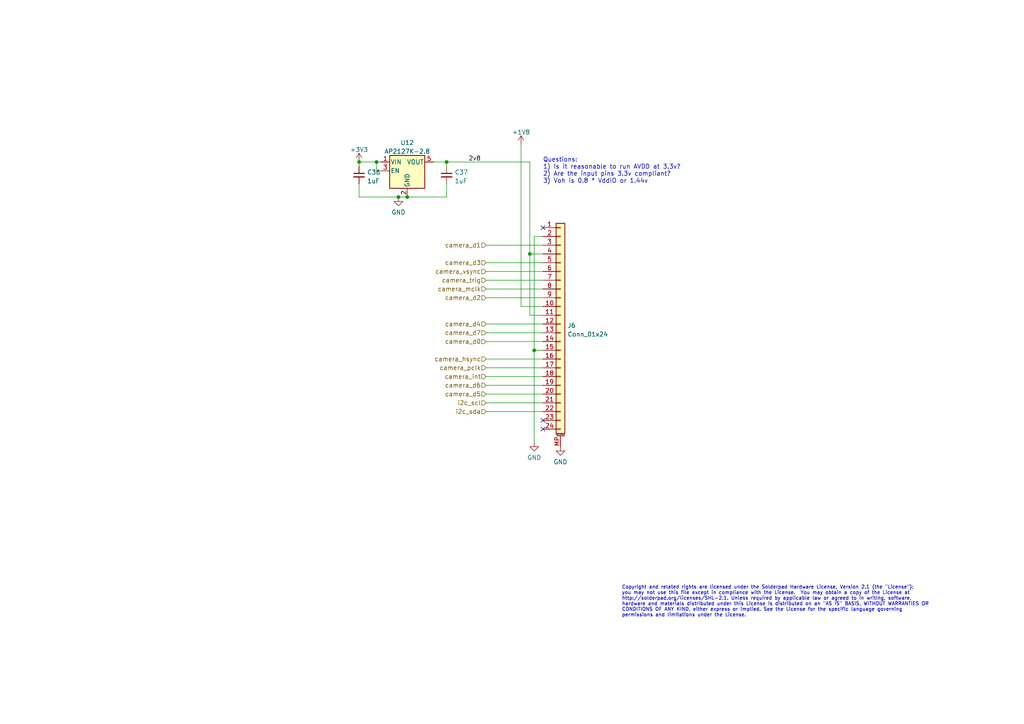
<source format=kicad_sch>
(kicad_sch (version 20231120) (generator "eeschema") (generator_version "8.0")
  (paper "A4")
  (lib_symbols
    (symbol "Connector_Generic_MountingPin:Conn_01x24_MountingPin" (pin_names (offset 1.016) hide)
      (property "Reference" "J" (at 0 30.48 0))
      (property "Value" "Conn_01x24_MountingPin" (at 1.27 -33.02 0))
      (symbol "Conn_01x24_MountingPin_1_1"
        (rectangle (start -1.27 -30.353) (end 0 -30.607) (stroke (width 0.1524)))
        (rectangle (start -1.27 -27.813) (end 0 -28.067) (stroke (width 0.1524)))
        (rectangle (start -1.27 -25.273) (end 0 -25.527) (stroke (width 0.1524)))
        (rectangle (start -1.27 -22.733) (end 0 -22.987) (stroke (width 0.1524)))
        (rectangle (start -1.27 -20.193) (end 0 -20.447) (stroke (width 0.1524)))
        (rectangle (start -1.27 -17.653) (end 0 -17.907) (stroke (width 0.1524)))
        (rectangle (start -1.27 -15.113) (end 0 -15.367) (stroke (width 0.1524)))
        (rectangle (start -1.27 -12.573) (end 0 -12.827) (stroke (width 0.1524)))
        (rectangle (start -1.27 -10.033) (end 0 -10.287) (stroke (width 0.1524)))
        (rectangle (start -1.27 -7.493) (end 0 -7.747) (stroke (width 0.1524)))
        (rectangle (start -1.27 -4.953) (end 0 -5.207) (stroke (width 0.1524)))
        (rectangle (start -1.27 -2.413) (end 0 -2.667) (stroke (width 0.1524)))
        (rectangle (start -1.27 0.127) (end 0 -0.127) (stroke (width 0.1524)))
        (rectangle (start -1.27 2.667) (end 0 2.413) (stroke (width 0.1524)))
        (rectangle (start -1.27 5.207) (end 0 4.953) (stroke (width 0.1524)))
        (rectangle (start -1.27 7.747) (end 0 7.493) (stroke (width 0.1524)))
        (rectangle (start -1.27 10.287) (end 0 10.033) (stroke (width 0.1524)))
        (rectangle (start -1.27 12.827) (end 0 12.573) (stroke (width 0.1524)))
        (rectangle (start -1.27 15.367) (end 0 15.113) (stroke (width 0.1524)))
        (rectangle (start -1.27 17.907) (end 0 17.653) (stroke (width 0.1524)))
        (rectangle (start -1.27 20.447) (end 0 20.193) (stroke (width 0.1524)))
        (rectangle (start -1.27 22.987) (end 0 22.733) (stroke (width 0.1524)))
        (rectangle (start -1.27 25.527) (end 0 25.273) (stroke (width 0.1524)))
        (rectangle (start -1.27 28.067) (end 0 27.813) (stroke (width 0.1524)))
        (rectangle (start -1.27 29.21) (end 1.27 -31.75) (stroke (width 0.254)) (fill (type background)))
        (polyline (pts (xy -1.016 -32.512) (xy 1.016 -32.512)) (stroke (width 0.1524)))
        (text "Mounting" (at 0 -32.131 0) (effects (font (size 0.381 0.381))))
        (pin passive line (at -5.08 27.94 0) (length 3.81) (name "Pin_1") (number "1"))
        (pin passive line (at -5.08 5.08 0) (length 3.81) (name "Pin_10") (number "10"))
        (pin passive line (at -5.08 2.54 0) (length 3.81) (name "Pin_11") (number "11"))
        (pin passive line (at -5.08 0 0) (length 3.81) (name "Pin_12") (number "12"))
        (pin passive line (at -5.08 -2.54 0) (length 3.81) (name "Pin_13") (number "13"))
        (pin passive line (at -5.08 -5.08 0) (length 3.81) (name "Pin_14") (number "14"))
        (pin passive line (at -5.08 -7.62 0) (length 3.81) (name "Pin_15") (number "15"))
        (pin passive line (at -5.08 -10.16 0) (length 3.81) (name "Pin_16") (number "16"))
        (pin passive line (at -5.08 -12.7 0) (length 3.81) (name "Pin_17") (number "17"))
        (pin passive line (at -5.08 -15.24 0) (length 3.81) (name "Pin_18") (number "18"))
        (pin passive line (at -5.08 -17.78 0) (length 3.81) (name "Pin_19") (number "19"))
        (pin passive line (at -5.08 25.4 0) (length 3.81) (name "Pin_2") (number "2"))
        (pin passive line (at -5.08 -20.32 0) (length 3.81) (name "Pin_20") (number "20"))
        (pin passive line (at -5.08 -22.86 0) (length 3.81) (name "Pin_21") (number "21"))
        (pin passive line (at -5.08 -25.4 0) (length 3.81) (name "Pin_22") (number "22"))
        (pin passive line (at -5.08 -27.94 0) (length 3.81) (name "Pin_23") (number "23"))
        (pin passive line (at -5.08 -30.48 0) (length 3.81) (name "Pin_24") (number "24"))
        (pin passive line (at -5.08 22.86 0) (length 3.81) (name "Pin_3") (number "3"))
        (pin passive line (at -5.08 20.32 0) (length 3.81) (name "Pin_4") (number "4"))
        (pin passive line (at -5.08 17.78 0) (length 3.81) (name "Pin_5") (number "5"))
        (pin passive line (at -5.08 15.24 0) (length 3.81) (name "Pin_6") (number "6"))
        (pin passive line (at -5.08 12.7 0) (length 3.81) (name "Pin_7") (number "7"))
        (pin passive line (at -5.08 10.16 0) (length 3.81) (name "Pin_8") (number "8"))
        (pin passive line (at -5.08 7.62 0) (length 3.81) (name "Pin_9") (number "9"))
        (pin passive line (at 0 -35.56 90) (length 3.048) (name "MountPin") (number "MP"))
      )
    )
    (symbol "Device:C_Small" (pin_numbers hide) (pin_names (offset 0.254) hide)
      (property "Reference" "C" (at 0.254 1.778 0))
      (property "Value" "C_Small" (at 0.254 -2.032 0))
      (symbol "C_Small_0_1"
        (polyline (pts (xy -1.524 -0.508) (xy 1.524 -0.508)) (stroke (width 0.3302)))
        (polyline (pts (xy -1.524 0.508) (xy 1.524 0.508)) (stroke (width 0.3048)))
      )
      (symbol "C_Small_1_1"
        (pin passive line (at 0 2.54 270) (length 2.032) (name "~") (number "1"))
        (pin passive line (at 0 -2.54 90) (length 2.032) (name "~") (number "2"))
      )
    )
    (symbol "Regulator_Linear:AP2127K-2.8" (pin_names (offset 0.254))
      (property "Reference" "U" (at -5.08 5.715 0))
      (property "Value" "AP2127K-2.8" (at 0 5.715 0))
      (symbol "AP2127K-2.8_0_1"
        (rectangle (start -5.08 4.445) (end 5.08 -5.08) (stroke (width 0.254)) (fill (type background)))
      )
      (symbol "AP2127K-2.8_1_1"
        (pin power_in line (at -7.62 2.54 0) (length 2.54) (name "VIN") (number "1"))
        (pin power_in line (at 0 -7.62 90) (length 2.54) (name "GND") (number "2"))
        (pin input line (at -7.62 0 0) (length 2.54) (name "EN") (number "3"))
        (pin no_connect line (at 5.08 0 180) (length 2.54) hide (name "NC") (number "4"))
        (pin power_out line (at 7.62 2.54 180) (length 2.54) (name "VOUT") (number "5"))
      )
    )
    (symbol "power:+1V8" (power) (pin_names (offset 0))
      (property "Value" "+1V8" (at 0 3.556 0))
      (symbol "+1V8_0_1"
        (polyline (pts (xy -0.762 1.27) (xy 0 2.54)))
        (polyline (pts (xy 0 0) (xy 0 2.54)))
        (polyline (pts (xy 0 2.54) (xy 0.762 1.27)))
      )
      (symbol "+1V8_1_1"
        (pin power_in line (at 0 0 90) (length 0) hide (name "+1V8") (number "1"))
      )
    )
    (symbol "power:+3.3V" (power) (pin_names (offset 0))
      (property "Value" "+3.3V" (at 0 3.556 0))
      (symbol "+3.3V_0_1"
        (polyline (pts (xy -0.762 1.27) (xy 0 2.54)))
        (polyline (pts (xy 0 0) (xy 0 2.54)))
        (polyline (pts (xy 0 2.54) (xy 0.762 1.27)))
      )
      (symbol "+3.3V_1_1"
        (pin power_in line (at 0 0 90) (length 0) hide (name "+3V3") (number "1"))
      )
    )
    (symbol "power:GND" (power) (pin_names (offset 0))
      (property "Value" "GND" (at 0 -3.81 0))
      (symbol "GND_0_1"
        (polyline (pts (xy 0 0) (xy 0 -1.27) (xy 1.27 -1.27) (xy 0 -2.54) (xy -1.27 -1.27) (xy 0 -1.27)))
      )
      (symbol "GND_1_1"
        (pin power_in line (at 0 0 270) (length 0) hide (name "GND") (number "1"))
      )
    )
  )
  (junction (at 153.67 73.66))
  (junction (at 154.94 101.6))
  (junction (at 129.54 46.99))
  (junction (at 109.22 46.99))
  (junction (at 115.57 57.15))
  (junction (at 118.11 57.15))
  (junction (at 104.14 46.99))
  (no_connect (at 157.48 121.92))
  (no_connect (at 157.48 124.46))
  (no_connect (at 157.48 66.04))
  (wire (pts (xy 153.67 73.66) (xy 153.67 91.44)))
  (wire (pts (xy 140.97 104.14) (xy 157.48 104.14)))
  (wire (pts (xy 140.97 109.22) (xy 157.48 109.22)))
  (wire (pts (xy 140.97 93.98) (xy 157.48 93.98)))
  (wire (pts (xy 140.97 99.06) (xy 157.48 99.06)))
  (wire (pts (xy 104.14 53.34) (xy 104.14 57.15)))
  (wire (pts (xy 140.97 81.28) (xy 157.48 81.28)))
  (wire (pts (xy 129.54 57.15) (xy 118.11 57.15)))
  (wire (pts (xy 115.57 57.15) (xy 118.11 57.15)))
  (wire (pts (xy 109.22 49.53) (xy 109.22 46.99)))
  (wire (pts (xy 110.49 46.99) (xy 109.22 46.99)))
  (wire (pts (xy 110.49 49.53) (xy 109.22 49.53)))
  (wire (pts (xy 104.14 57.15) (xy 115.57 57.15)))
  (wire (pts (xy 157.48 91.44) (xy 153.67 91.44)))
  (wire (pts (xy 140.97 71.12) (xy 157.48 71.12)))
  (wire (pts (xy 140.97 114.3) (xy 157.48 114.3)))
  (wire (pts (xy 140.97 116.84) (xy 157.48 116.84)))
  (wire (pts (xy 151.13 41.91) (xy 151.13 88.9)))
  (wire (pts (xy 140.97 83.82) (xy 157.48 83.82)))
  (wire (pts (xy 129.54 53.34) (xy 129.54 57.15)))
  (wire (pts (xy 104.14 46.99) (xy 104.14 48.26)))
  (wire (pts (xy 140.97 78.74) (xy 157.48 78.74)))
  (wire (pts (xy 153.67 46.99) (xy 129.54 46.99)))
  (wire (pts (xy 157.48 68.58) (xy 154.94 68.58)))
  (wire (pts (xy 140.97 106.68) (xy 157.48 106.68)))
  (wire (pts (xy 154.94 101.6) (xy 157.48 101.6)))
  (wire (pts (xy 153.67 73.66) (xy 153.67 46.99)))
  (wire (pts (xy 151.13 88.9) (xy 157.48 88.9)))
  (wire (pts (xy 140.97 86.36) (xy 157.48 86.36)))
  (wire (pts (xy 129.54 46.99) (xy 129.54 48.26)))
  (wire (pts (xy 154.94 101.6) (xy 154.94 128.27)))
  (wire (pts (xy 125.73 46.99) (xy 129.54 46.99)))
  (wire (pts (xy 140.97 96.52) (xy 157.48 96.52)))
  (wire (pts (xy 157.48 73.66) (xy 153.67 73.66)))
  (wire (pts (xy 154.94 68.58) (xy 154.94 101.6)))
  (wire (pts (xy 140.97 76.2) (xy 157.48 76.2)))
  (wire (pts (xy 140.97 119.38) (xy 157.48 119.38)))
  (wire (pts (xy 109.22 46.99) (xy 104.14 46.99)))
  (wire (pts (xy 140.97 111.76) (xy 157.48 111.76)))
  (text "Copyright and related rights are licensed under the Solderpad Hardware License, Version 2.1 (the \"License\");\nyou may not use this file except in compliance with the License.  You may obtain a copy of the License at\nhttp://solderpad.org/licenses/SHL-2.1. Unless required by applicable law or agreed to in writing, software,\nhardware and materials distributed under this License is distributed on an \"AS IS\" BASIS, WITHOUT WARRANTIES OR\nCONDITIONS OF ANY KIND, either express or implied. See the License for the specific language governing\npermissions and limitations under the License.\n" (at 180.34 179.07 0) (effects (font (size 1 1)) (justify left bottom)))
  (text "Questions:\n1) Is it reasonable to run AVDD at 3.3v?\n2) Are the input pins 3.3v compliant?\n3) Voh is 0.8 * VddIO or 1.44v" (at 157.48 53.34 0) (effects (font (size 1.27 1.27)) (justify left bottom)))
  (label "2v8" (at 135.89 46.99 0))
  (hierarchical_label "camera_d2" (shape input) (at 140.97 86.36 180))
  (hierarchical_label "camera_d4" (shape input) (at 140.97 93.98 180))
  (hierarchical_label "camera_pclk" (shape input) (at 140.97 106.68 180))
  (hierarchical_label "camera_d1" (shape input) (at 140.97 71.12 180))
  (hierarchical_label "i2c_sda" (shape input) (at 140.97 119.38 180))
  (hierarchical_label "camera_hsync" (shape input) (at 140.97 104.14 180))
  (hierarchical_label "camera_d7" (shape input) (at 140.97 96.52 180))
  (hierarchical_label "camera_d0" (shape input) (at 140.97 99.06 180))
  (hierarchical_label "camera_d3" (shape input) (at 140.97 76.2 180))
  (hierarchical_label "camera_int" (shape input) (at 140.97 109.22 180))
  (hierarchical_label "camera_d5" (shape input) (at 140.97 114.3 180))
  (hierarchical_label "camera_vsync" (shape input) (at 140.97 78.74 180))
  (hierarchical_label "camera_trig" (shape input) (at 140.97 81.28 180))
  (hierarchical_label "camera_d6" (shape input) (at 140.97 111.76 180))
  (hierarchical_label "i2c_scl" (shape input) (at 140.97 116.84 180))
  (hierarchical_label "camera_mclk" (shape input) (at 140.97 83.82 180))
  (symbol (lib_id "power:+1V8") (at 151.13 41.91 0) (unit 1)
    (property "Reference" "#PWR0146" (effects (hide yes)))
    (property "Value" "+1V8" (at 151.13 38.3342 0))
  )
  (symbol (lib_id "power:+3.3V") (at 104.14 46.99 0) (unit 1)
    (property "Reference" "#PWR0148" (effects (hide yes)))
    (property "Value" "+3V3" (at 104.14 43.4142 0))
  )
  (symbol (lib_id "Device:C_Small") (at 129.54 50.8 0) (unit 1)
    (property "Reference" "C37" (at 131.8641 49.9716 0) (effects (justify left)))
    (property "Value" "1uF" (at 131.8641 52.5085 0) (effects (justify left)))
    (property "Footprint" "Capacitor_SMD:C_0603_1608Metric" (effects (hide yes)))
  )
  (symbol (lib_id "power:GND") (at 162.56 129.54 0) (unit 1)
    (property "Reference" "#PWR0117" (effects (hide yes)))
    (property "Value" "GND" (at 162.56 133.9834 0))
  )
  (symbol (lib_id "Regulator_Linear:AP2127K-2.8") (at 118.11 49.53 0) (unit 1)
    (property "Reference" "U12" (at 118.11 41.3852 0))
    (property "Value" "AP2127K-2.8" (at 118.11 43.9221 0))
    (property "Footprint" "Package_TO_SOT_SMD:SOT-23-5" (effects (hide yes)))
    (property "Datasheet" "https://www.diodes.com/assets/Datasheets/AP2127.pdf" (effects (hide yes)))
  )
  (symbol (lib_id "Device:C_Small") (at 104.14 50.8 0) (unit 1)
    (property "Reference" "C36" (at 106.4641 49.9716 0) (effects (justify left)))
    (property "Value" "1uF" (at 106.4641 52.5085 0) (effects (justify left)))
    (property "Footprint" "Capacitor_SMD:C_0603_1608Metric" (effects (hide yes)))
  )
  (symbol (lib_id "power:GND") (at 154.94 128.27 0) (unit 1)
    (property "Reference" "#PWR0145" (effects (hide yes)))
    (property "Value" "GND" (at 154.94 132.7134 0))
  )
  (symbol (lib_id "power:GND") (at 115.57 57.15 0) (unit 1)
    (property "Reference" "#PWR0147" (effects (hide yes)))
    (property "Value" "GND" (at 115.57 61.5934 0))
  )
  (symbol (lib_id "Connector_Generic_MountingPin:Conn_01x24_MountingPin") (at 162.56 93.98 0) (unit 1)
    (property "Reference" "J6" (at 164.592 94.4153 0) (effects (justify left)))
    (property "Value" "Conn_01x24" (at 164.592 96.9522 0) (effects (justify left)))
    (property "Footprint" "Connector_FFC-FPC:Hirose_FH12-24S-0.5SH_1x24-1MP_P0.50mm_Horizontal" (effects (hide yes)))
  )
)
</source>
